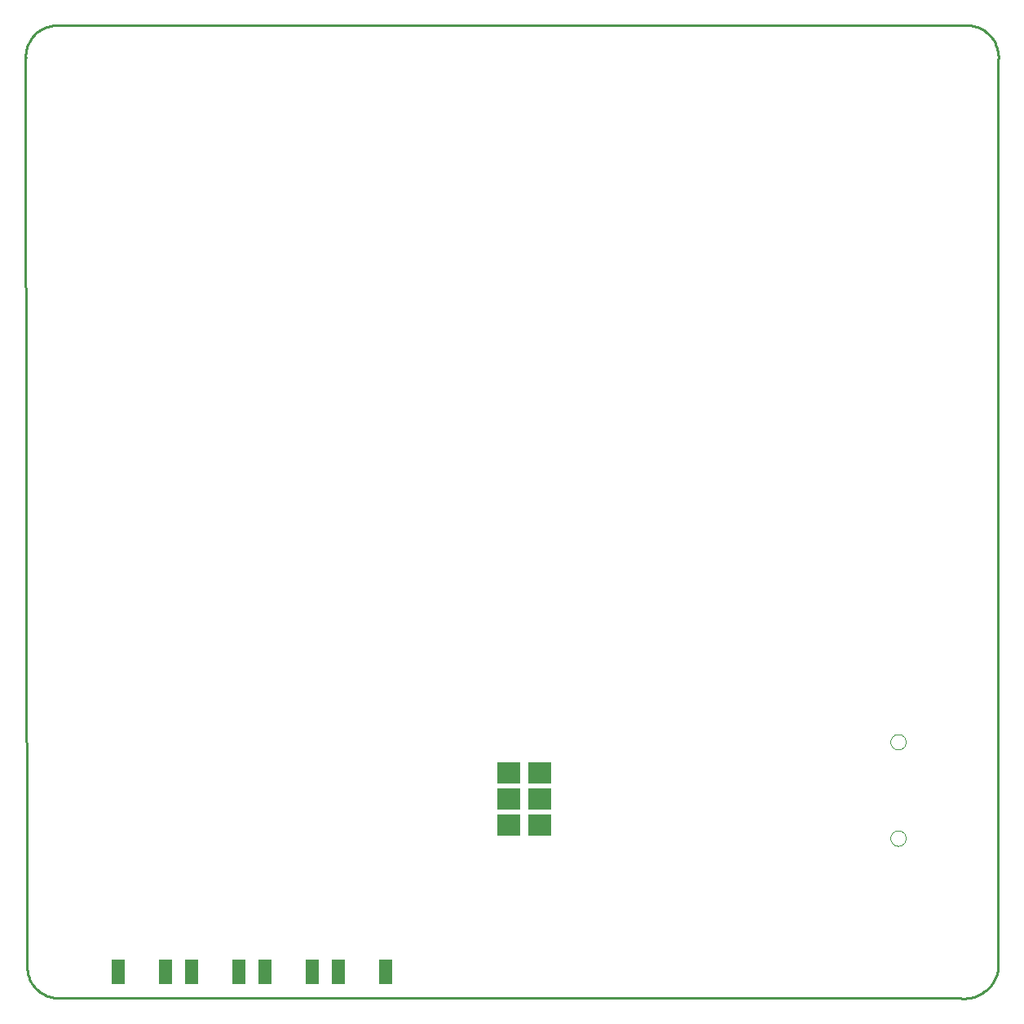
<source format=gbp>
G75*
G70*
%OFA0B0*%
%FSLAX24Y24*%
%IPPOS*%
%LPD*%
%AMOC8*
5,1,8,0,0,1.08239X$1,22.5*
%
%ADD10C,0.0100*%
%ADD11R,0.0250X0.0500*%
%ADD12R,0.0960X0.0900*%
%ADD13C,0.0000*%
%ADD14R,0.0571X0.1024*%
D10*
X002393Y001821D02*
X002330Y038999D01*
X002331Y038998D02*
X002328Y039067D01*
X002329Y039135D01*
X002334Y039203D01*
X002343Y039271D01*
X002355Y039339D01*
X002371Y039405D01*
X002390Y039471D01*
X002413Y039535D01*
X002440Y039599D01*
X002470Y039660D01*
X002503Y039720D01*
X002539Y039778D01*
X002578Y039834D01*
X002621Y039888D01*
X002666Y039939D01*
X002714Y039988D01*
X002764Y040034D01*
X002817Y040078D01*
X002873Y040118D01*
X002930Y040156D01*
X002989Y040190D01*
X003050Y040221D01*
X003113Y040249D01*
X003177Y040273D01*
X003242Y040294D01*
X003308Y040311D01*
X003375Y040324D01*
X003443Y040334D01*
X003511Y040340D01*
X003511Y040341D02*
X040913Y040341D01*
X040983Y040333D01*
X041052Y040321D01*
X041121Y040306D01*
X041188Y040287D01*
X041255Y040264D01*
X041320Y040238D01*
X041384Y040208D01*
X041446Y040175D01*
X041506Y040138D01*
X041564Y040098D01*
X041619Y040056D01*
X041673Y040010D01*
X041724Y039961D01*
X041772Y039910D01*
X041817Y039856D01*
X041859Y039800D01*
X041898Y039741D01*
X041934Y039681D01*
X041967Y039619D01*
X041996Y039555D01*
X042022Y039489D01*
X042044Y039423D01*
X042062Y039355D01*
X042077Y039286D01*
X042088Y039217D01*
X042095Y039147D01*
X042099Y039077D01*
X042098Y039006D01*
X042094Y038936D01*
X042094Y001759D01*
X042095Y001759D02*
X042081Y001685D01*
X042063Y001613D01*
X042042Y001541D01*
X042016Y001471D01*
X041988Y001402D01*
X041955Y001334D01*
X041919Y001269D01*
X041880Y001205D01*
X041837Y001144D01*
X041792Y001085D01*
X041743Y001028D01*
X041691Y000974D01*
X041637Y000923D01*
X041580Y000874D01*
X041520Y000829D01*
X041459Y000787D01*
X041395Y000748D01*
X041329Y000712D01*
X041261Y000680D01*
X041192Y000652D01*
X041122Y000627D01*
X041050Y000606D01*
X040977Y000589D01*
X040904Y000576D01*
X040829Y000566D01*
X040755Y000561D01*
X040680Y000559D01*
X040605Y000561D01*
X040531Y000567D01*
X040457Y000577D01*
X040456Y000578D02*
X003699Y000578D01*
X003698Y000577D02*
X003629Y000578D01*
X003560Y000581D01*
X003492Y000589D01*
X003424Y000600D01*
X003356Y000615D01*
X003290Y000634D01*
X003224Y000656D01*
X003160Y000682D01*
X003098Y000711D01*
X003037Y000744D01*
X002978Y000779D01*
X002921Y000818D01*
X002866Y000860D01*
X002813Y000905D01*
X002763Y000953D01*
X002716Y001003D01*
X002671Y001056D01*
X002630Y001111D01*
X002591Y001168D01*
X002555Y001227D01*
X002523Y001288D01*
X002494Y001351D01*
X002469Y001415D01*
X002447Y001481D01*
X002429Y001547D01*
X002414Y001615D01*
X002403Y001683D01*
X002396Y001752D01*
X002392Y001821D01*
D11*
X021924Y007650D03*
X022248Y007650D03*
X023184Y007650D03*
X023508Y007650D03*
X023508Y008713D03*
X023184Y008713D03*
X022248Y008713D03*
X021924Y008713D03*
X021924Y009776D03*
X022248Y009776D03*
X023184Y009776D03*
X023508Y009776D03*
D12*
X023346Y009776D03*
X023346Y008713D03*
X023346Y007650D03*
X022086Y007650D03*
X022086Y008713D03*
X022086Y009776D03*
D13*
X037684Y011046D02*
X037686Y011081D01*
X037692Y011116D01*
X037702Y011150D01*
X037715Y011183D01*
X037732Y011214D01*
X037753Y011242D01*
X037776Y011269D01*
X037803Y011292D01*
X037831Y011313D01*
X037862Y011330D01*
X037895Y011343D01*
X037929Y011353D01*
X037964Y011359D01*
X037999Y011361D01*
X038034Y011359D01*
X038069Y011353D01*
X038103Y011343D01*
X038136Y011330D01*
X038167Y011313D01*
X038195Y011292D01*
X038222Y011269D01*
X038245Y011242D01*
X038266Y011214D01*
X038283Y011183D01*
X038296Y011150D01*
X038306Y011116D01*
X038312Y011081D01*
X038314Y011046D01*
X038312Y011011D01*
X038306Y010976D01*
X038296Y010942D01*
X038283Y010909D01*
X038266Y010878D01*
X038245Y010850D01*
X038222Y010823D01*
X038195Y010800D01*
X038167Y010779D01*
X038136Y010762D01*
X038103Y010749D01*
X038069Y010739D01*
X038034Y010733D01*
X037999Y010731D01*
X037964Y010733D01*
X037929Y010739D01*
X037895Y010749D01*
X037862Y010762D01*
X037831Y010779D01*
X037803Y010800D01*
X037776Y010823D01*
X037753Y010850D01*
X037732Y010878D01*
X037715Y010909D01*
X037702Y010942D01*
X037692Y010976D01*
X037686Y011011D01*
X037684Y011046D01*
X037684Y007109D02*
X037686Y007144D01*
X037692Y007179D01*
X037702Y007213D01*
X037715Y007246D01*
X037732Y007277D01*
X037753Y007305D01*
X037776Y007332D01*
X037803Y007355D01*
X037831Y007376D01*
X037862Y007393D01*
X037895Y007406D01*
X037929Y007416D01*
X037964Y007422D01*
X037999Y007424D01*
X038034Y007422D01*
X038069Y007416D01*
X038103Y007406D01*
X038136Y007393D01*
X038167Y007376D01*
X038195Y007355D01*
X038222Y007332D01*
X038245Y007305D01*
X038266Y007277D01*
X038283Y007246D01*
X038296Y007213D01*
X038306Y007179D01*
X038312Y007144D01*
X038314Y007109D01*
X038312Y007074D01*
X038306Y007039D01*
X038296Y007005D01*
X038283Y006972D01*
X038266Y006941D01*
X038245Y006913D01*
X038222Y006886D01*
X038195Y006863D01*
X038167Y006842D01*
X038136Y006825D01*
X038103Y006812D01*
X038069Y006802D01*
X038034Y006796D01*
X037999Y006794D01*
X037964Y006796D01*
X037929Y006802D01*
X037895Y006812D01*
X037862Y006825D01*
X037831Y006842D01*
X037803Y006863D01*
X037776Y006886D01*
X037753Y006913D01*
X037732Y006941D01*
X037715Y006972D01*
X037702Y007005D01*
X037692Y007039D01*
X037686Y007074D01*
X037684Y007109D01*
D14*
X017043Y001640D03*
X015117Y001640D03*
X014043Y001640D03*
X012117Y001640D03*
X011043Y001640D03*
X009117Y001640D03*
X008043Y001640D03*
X006117Y001640D03*
M02*

</source>
